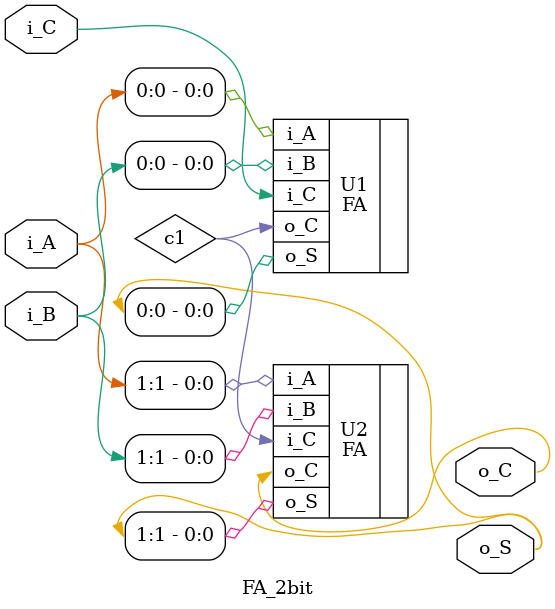
<source format=v>
module FA_2bit (
input i_C,
input [1:0] i_A,
input [1:0] i_B,
output o_C,
output [1:0] o_S
);

wire c1;

FA U1(
.i_A(i_A[0]),
.i_B(i_B[0]),
.i_C(i_C),
.o_S(o_S[0]),
.o_C(c1)
);

FA U2(
.i_A(i_A[1]),
.i_B(i_B[1]),
.i_C(c1),
.o_S(o_S[1]),
.o_C(o_C)
);

endmodule
</source>
